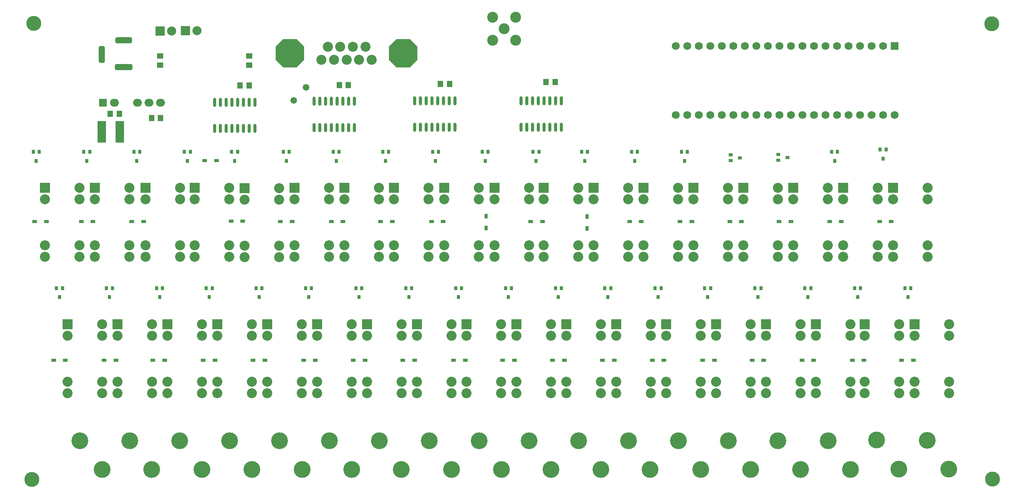
<source format=gts>
G04*
G04 #@! TF.GenerationSoftware,Altium Limited,Altium Designer,23.1.1 (15)*
G04*
G04 Layer_Color=8388736*
%FSLAX44Y44*%
%MOMM*%
G71*
G04*
G04 #@! TF.SameCoordinates,B1E2939E-79DA-41A2-B67C-80547D0CF300*
G04*
G04*
G04 #@! TF.FilePolarity,Negative*
G04*
G01*
G75*
%ADD18R,1.9532X4.7032*%
%ADD19R,0.7032X0.9032*%
%ADD20R,0.9032X0.7032*%
%ADD21R,1.2032X1.4532*%
%ADD22O,0.7300X1.9800*%
%ADD23R,1.4532X1.2032*%
%ADD24R,1.0532X0.7032*%
%ADD25R,0.7032X1.0532*%
%ADD26C,1.7272*%
%ADD27R,1.7272X1.7272*%
%ADD28R,2.0032X2.0032*%
%ADD29C,2.0032*%
G04:AMPARAMS|DCode=30|XSize=6.2032mm|YSize=6.2032mm|CornerRadius=0mm|HoleSize=0mm|Usage=FLASHONLY|Rotation=270.000|XOffset=0mm|YOffset=0mm|HoleType=Round|Shape=Octagon|*
%AMOCTAGOND30*
4,1,8,-1.5508,-3.1016,1.5508,-3.1016,3.1016,-1.5508,3.1016,1.5508,1.5508,3.1016,-1.5508,3.1016,-3.1016,1.5508,-3.1016,-1.5508,-1.5508,-3.1016,0.0*
%
%ADD30OCTAGOND30*%

%ADD31C,2.2032*%
G04:AMPARAMS|DCode=32|XSize=3.7032mm|YSize=1.4032mm|CornerRadius=0.4016mm|HoleSize=0mm|Usage=FLASHONLY|Rotation=0.000|XOffset=0mm|YOffset=0mm|HoleType=Round|Shape=RoundedRectangle|*
%AMROUNDEDRECTD32*
21,1,3.7032,0.6000,0,0,0.0*
21,1,2.9000,1.4032,0,0,0.0*
1,1,0.8032,1.4500,-0.3000*
1,1,0.8032,-1.4500,-0.3000*
1,1,0.8032,-1.4500,0.3000*
1,1,0.8032,1.4500,0.3000*
%
%ADD32ROUNDEDRECTD32*%
G04:AMPARAMS|DCode=33|XSize=3.9032mm|YSize=1.4032mm|CornerRadius=0.4016mm|HoleSize=0mm|Usage=FLASHONLY|Rotation=0.000|XOffset=0mm|YOffset=0mm|HoleType=Round|Shape=RoundedRectangle|*
%AMROUNDEDRECTD33*
21,1,3.9032,0.6000,0,0,0.0*
21,1,3.1000,1.4032,0,0,0.0*
1,1,0.8032,1.5500,-0.3000*
1,1,0.8032,-1.5500,-0.3000*
1,1,0.8032,-1.5500,0.3000*
1,1,0.8032,1.5500,0.3000*
%
%ADD33ROUNDEDRECTD33*%
G04:AMPARAMS|DCode=34|XSize=3.7032mm|YSize=1.4032mm|CornerRadius=0.4016mm|HoleSize=0mm|Usage=FLASHONLY|Rotation=90.000|XOffset=0mm|YOffset=0mm|HoleType=Round|Shape=RoundedRectangle|*
%AMROUNDEDRECTD34*
21,1,3.7032,0.6000,0,0,90.0*
21,1,2.9000,1.4032,0,0,90.0*
1,1,0.8032,0.3000,1.4500*
1,1,0.8032,0.3000,-1.4500*
1,1,0.8032,-0.3000,-1.4500*
1,1,0.8032,-0.3000,1.4500*
%
%ADD34ROUNDEDRECTD34*%
%ADD35C,2.4000*%
%ADD36C,3.7032*%
%ADD37R,2.2032X2.2032*%
%ADD38R,1.7032X1.7032*%
%ADD39O,2.0032X1.7032*%
%ADD40C,3.3032*%
%ADD41C,1.4732*%
D18*
X2118000Y1558000D02*
D03*
X2078000D02*
D03*
D19*
X2820500Y1514000D02*
D03*
X2807500D02*
D03*
X2814000Y1494000D02*
D03*
X2930000Y1514000D02*
D03*
X2917000D02*
D03*
X2923500Y1494000D02*
D03*
X3042000Y1514000D02*
D03*
X3029000D02*
D03*
X3035500Y1494000D02*
D03*
X3149500Y1514000D02*
D03*
X3136500D02*
D03*
X3143000Y1494000D02*
D03*
X3259500Y1514000D02*
D03*
X3246500D02*
D03*
X3253000Y1494000D02*
D03*
X2710665Y1514000D02*
D03*
X2697665D02*
D03*
X2704165Y1494000D02*
D03*
X2162000Y1514000D02*
D03*
X2149000D02*
D03*
X2155500Y1494000D02*
D03*
X2273500Y1514000D02*
D03*
X2260500D02*
D03*
X2267000Y1494000D02*
D03*
X2377500Y1514000D02*
D03*
X2364500D02*
D03*
X2371000Y1494000D02*
D03*
X2491500Y1514000D02*
D03*
X2478500D02*
D03*
X2485000Y1494000D02*
D03*
X2051500Y1514000D02*
D03*
X2038500D02*
D03*
X2045000Y1494000D02*
D03*
X3363000D02*
D03*
X3356500Y1514000D02*
D03*
X3369500D02*
D03*
X3694000Y1494000D02*
D03*
X3687500Y1514000D02*
D03*
X3700500D02*
D03*
X3855789Y1193000D02*
D03*
X3849290Y1213000D02*
D03*
X3862289D02*
D03*
X3801000Y1499000D02*
D03*
X3794500Y1519000D02*
D03*
X3807500D02*
D03*
X3745000Y1193000D02*
D03*
X3738500Y1213000D02*
D03*
X3751500D02*
D03*
X3194000Y1193000D02*
D03*
X3187500Y1213000D02*
D03*
X3200500D02*
D03*
X2975000Y1193000D02*
D03*
X2968500Y1213000D02*
D03*
X2981500D02*
D03*
X3085000Y1193000D02*
D03*
X3078500Y1213000D02*
D03*
X3091500D02*
D03*
X3305000Y1193000D02*
D03*
X3298500Y1213000D02*
D03*
X3311500D02*
D03*
X3525000Y1193000D02*
D03*
X3518500Y1213000D02*
D03*
X3531500D02*
D03*
X3414000Y1193000D02*
D03*
X3407500Y1213000D02*
D03*
X3420500D02*
D03*
X3635000Y1193000D02*
D03*
X3628500Y1213000D02*
D03*
X3641500D02*
D03*
X1985000Y1193000D02*
D03*
X1978500Y1213000D02*
D03*
X1991500D02*
D03*
X1933500Y1494000D02*
D03*
X1927000Y1514000D02*
D03*
X1940000D02*
D03*
X2315000Y1193000D02*
D03*
X2308500Y1213000D02*
D03*
X2321500D02*
D03*
X2534000Y1193000D02*
D03*
X2527500Y1213000D02*
D03*
X2540500D02*
D03*
X2871500D02*
D03*
X2865000Y1193000D02*
D03*
X2858500Y1213000D02*
D03*
X2645000Y1193000D02*
D03*
X2638500Y1213000D02*
D03*
X2651500D02*
D03*
X2755000Y1193000D02*
D03*
X2748500Y1213000D02*
D03*
X2761500D02*
D03*
X2425000Y1193000D02*
D03*
X2418500Y1213000D02*
D03*
X2431500D02*
D03*
X2205500Y1193000D02*
D03*
X2199000Y1213000D02*
D03*
X2212000D02*
D03*
X2095000Y1193000D02*
D03*
X2088500Y1213000D02*
D03*
X2101500D02*
D03*
X2595000Y1494000D02*
D03*
X2588500Y1514000D02*
D03*
X2601500D02*
D03*
D20*
X3590000Y1502000D02*
D03*
X3570000Y1495500D02*
D03*
Y1508500D02*
D03*
X3465000Y1507500D02*
D03*
Y1494500D02*
D03*
X3485000Y1501000D02*
D03*
D21*
X2383000Y1661000D02*
D03*
X2403000D02*
D03*
X3057713Y1668730D02*
D03*
X3077713D02*
D03*
X2208000Y1589000D02*
D03*
X2188000D02*
D03*
X2117000Y1598000D02*
D03*
X2097000D02*
D03*
X2845000Y1664000D02*
D03*
X2825000D02*
D03*
X2622000Y1662000D02*
D03*
X2602000D02*
D03*
D22*
X2326873Y1565750D02*
D03*
X2339573D02*
D03*
X2352273D02*
D03*
X2364973D02*
D03*
X2377673D02*
D03*
X2390373D02*
D03*
X2403073D02*
D03*
X2415773D02*
D03*
X2326873Y1623750D02*
D03*
X2339573D02*
D03*
X2352273D02*
D03*
X2364973D02*
D03*
X2377673D02*
D03*
X2390373D02*
D03*
X2403073D02*
D03*
X2415773D02*
D03*
X3002874Y1568750D02*
D03*
X3015573D02*
D03*
X3028273D02*
D03*
X3040974D02*
D03*
X3053673D02*
D03*
X3066373D02*
D03*
X3079073D02*
D03*
X3091773D02*
D03*
X3002874Y1626750D02*
D03*
X3015573D02*
D03*
X3028273D02*
D03*
X3040974D02*
D03*
X3053673D02*
D03*
X3066373D02*
D03*
X3079073D02*
D03*
X3091773D02*
D03*
X2857253D02*
D03*
X2844554D02*
D03*
X2831853D02*
D03*
X2819153D02*
D03*
X2806454D02*
D03*
X2793753D02*
D03*
X2781053D02*
D03*
X2768353D02*
D03*
X2857253Y1568750D02*
D03*
X2844554D02*
D03*
X2831853D02*
D03*
X2819153D02*
D03*
X2806454D02*
D03*
X2793753D02*
D03*
X2781053D02*
D03*
X2768353D02*
D03*
X2634773Y1625750D02*
D03*
X2622073D02*
D03*
X2609373D02*
D03*
X2596673D02*
D03*
X2583973D02*
D03*
X2571273D02*
D03*
X2558573D02*
D03*
X2545873D02*
D03*
X2634773Y1567750D02*
D03*
X2622073D02*
D03*
X2609373D02*
D03*
X2596673D02*
D03*
X2583973D02*
D03*
X2571273D02*
D03*
X2558573D02*
D03*
X2545873D02*
D03*
D23*
X2403000Y1706000D02*
D03*
Y1726000D02*
D03*
X2207000Y1706000D02*
D03*
Y1726000D02*
D03*
D24*
X3489000Y1360000D02*
D03*
X3463000D02*
D03*
X3759000Y1054000D02*
D03*
X3733000D02*
D03*
X3868000D02*
D03*
X3842000D02*
D03*
X3379000Y1360000D02*
D03*
X3353000D02*
D03*
X2719000D02*
D03*
X2693000D02*
D03*
X2331000Y1495000D02*
D03*
X2305000D02*
D03*
X3429000Y1054000D02*
D03*
X3403000D02*
D03*
X3538000D02*
D03*
X3512000D02*
D03*
X3648000D02*
D03*
X3622000D02*
D03*
X1956000Y1360000D02*
D03*
X1930000D02*
D03*
X2059000D02*
D03*
X2033000D02*
D03*
X2768000Y1054000D02*
D03*
X2742000D02*
D03*
X2880000D02*
D03*
X2854000D02*
D03*
X2988000D02*
D03*
X2962000D02*
D03*
X3098000D02*
D03*
X3072000D02*
D03*
X3208000D02*
D03*
X3182000D02*
D03*
X1998000D02*
D03*
X1972000D02*
D03*
X2109000D02*
D03*
X2083000D02*
D03*
X2217000D02*
D03*
X2191000D02*
D03*
X2328000D02*
D03*
X2302000D02*
D03*
X2438000D02*
D03*
X2412000D02*
D03*
X2549000D02*
D03*
X2523000D02*
D03*
X3318000D02*
D03*
X3292000D02*
D03*
X2659000D02*
D03*
X2633000D02*
D03*
X2170000Y1360000D02*
D03*
X2144000D02*
D03*
X2389000Y1361000D02*
D03*
X2363000D02*
D03*
X2498000Y1360000D02*
D03*
X2472000D02*
D03*
X2610000D02*
D03*
X2584000D02*
D03*
X2831000D02*
D03*
X2805000D02*
D03*
X3050000D02*
D03*
X3024000D02*
D03*
X3268000D02*
D03*
X3242000D02*
D03*
X3598000D02*
D03*
X3572000D02*
D03*
X3709000D02*
D03*
X3683000D02*
D03*
X3819000D02*
D03*
X3793000D02*
D03*
D25*
X3148000Y1371000D02*
D03*
Y1345000D02*
D03*
X2926000Y1372000D02*
D03*
Y1346000D02*
D03*
D26*
X3343951Y1595497D02*
D03*
Y1747997D02*
D03*
X3496351Y1595497D02*
D03*
X3394751D02*
D03*
X3369351D02*
D03*
X3470951D02*
D03*
X3420150D02*
D03*
X3623351D02*
D03*
X3597951D02*
D03*
X3572551D02*
D03*
X3547151D02*
D03*
X3521750D02*
D03*
X3445551D02*
D03*
X3648751D02*
D03*
X3674151D02*
D03*
X3775751D02*
D03*
X3750351D02*
D03*
X3699550D02*
D03*
X3724951D02*
D03*
X3801151D02*
D03*
Y1747997D02*
D03*
X3775751D02*
D03*
X3750351D02*
D03*
X3724951D02*
D03*
X3699550D02*
D03*
X3674151D02*
D03*
X3648751D02*
D03*
X3623351D02*
D03*
X3597951D02*
D03*
X3572551D02*
D03*
X3547151D02*
D03*
X3521750D02*
D03*
X3496351D02*
D03*
X3470951D02*
D03*
X3445551D02*
D03*
X3420150D02*
D03*
X3394751D02*
D03*
X3369351D02*
D03*
X3826551Y1595497D02*
D03*
D27*
Y1747997D02*
D03*
D28*
X2262600Y1782000D02*
D03*
X2207000Y1781000D02*
D03*
D29*
X2288000Y1782000D02*
D03*
X2232400Y1781000D02*
D03*
D30*
X2493000Y1732000D02*
D03*
X2743000D02*
D03*
D31*
X2659550Y1746200D02*
D03*
X2631850D02*
D03*
X2604150D02*
D03*
X2576450D02*
D03*
X2673400Y1717800D02*
D03*
X2645700D02*
D03*
X2618000D02*
D03*
X2590300D02*
D03*
X2562600D02*
D03*
X3239000Y1307400D02*
D03*
X3162800D02*
D03*
X3239000Y1282000D02*
D03*
X3162800D02*
D03*
X3239000Y1409000D02*
D03*
X3162800D02*
D03*
X3239000Y1434400D02*
D03*
X2689000Y1307400D02*
D03*
X2612800D02*
D03*
X2689000Y1282000D02*
D03*
X2612800D02*
D03*
X2689000Y1409000D02*
D03*
X2612800D02*
D03*
X2689000Y1434400D02*
D03*
X2251000D02*
D03*
X2174800Y1409000D02*
D03*
X2251000D02*
D03*
X2174800Y1282000D02*
D03*
X2251000D02*
D03*
X2174800Y1307400D02*
D03*
X2251000D02*
D03*
X3789000Y1434400D02*
D03*
X3712800Y1409000D02*
D03*
X3789000D02*
D03*
X3712800Y1282000D02*
D03*
X3789000D02*
D03*
X3712800Y1307400D02*
D03*
X3789000D02*
D03*
X3459000Y1434400D02*
D03*
X3382800Y1409000D02*
D03*
X3459000D02*
D03*
X3382800Y1282000D02*
D03*
X3459000D02*
D03*
X3382800Y1307400D02*
D03*
X3459000D02*
D03*
X3679000Y1434400D02*
D03*
X3602800Y1409000D02*
D03*
X3679000D02*
D03*
X3602800Y1282000D02*
D03*
X3679000D02*
D03*
X3602800Y1307400D02*
D03*
X3679000D02*
D03*
X3899000Y1434400D02*
D03*
X3822800Y1409000D02*
D03*
X3899000D02*
D03*
X3822800Y1282000D02*
D03*
X3899000D02*
D03*
X3822800Y1307400D02*
D03*
X3899000D02*
D03*
X3947000Y1133400D02*
D03*
X3870800Y1108000D02*
D03*
X3947000D02*
D03*
X3870800Y981000D02*
D03*
X3947000D02*
D03*
X3870800Y1006400D02*
D03*
X3947000D02*
D03*
X3837000Y1133400D02*
D03*
X3760800Y1108000D02*
D03*
X3837000D02*
D03*
X3760800Y981000D02*
D03*
X3837000D02*
D03*
X3760800Y1006400D02*
D03*
X3837000D02*
D03*
X2849000D02*
D03*
X2772800D02*
D03*
X2849000Y981000D02*
D03*
X2772800D02*
D03*
X2849000Y1108000D02*
D03*
X2772800D02*
D03*
X2849000Y1133400D02*
D03*
X2299000Y1006400D02*
D03*
X2222800D02*
D03*
X2299000Y981000D02*
D03*
X2222800D02*
D03*
X2299000Y1108000D02*
D03*
X2222800D02*
D03*
X2299000Y1133400D02*
D03*
X2959000Y1006400D02*
D03*
X2882800D02*
D03*
X2959000Y981000D02*
D03*
X2882800D02*
D03*
X2959000Y1108000D02*
D03*
X2882800D02*
D03*
X2959000Y1133400D02*
D03*
X2739000Y1006400D02*
D03*
X2662800D02*
D03*
X2739000Y981000D02*
D03*
X2662800D02*
D03*
X2739000Y1108000D02*
D03*
X2662800D02*
D03*
X2739000Y1133400D02*
D03*
X3399000Y1006400D02*
D03*
X3322800D02*
D03*
X3399000Y981000D02*
D03*
X3322800D02*
D03*
X3399000Y1108000D02*
D03*
X3322800D02*
D03*
X3399000Y1133400D02*
D03*
X2409000Y1006400D02*
D03*
X2332800D02*
D03*
X2409000Y981000D02*
D03*
X2332800D02*
D03*
X2409000Y1108000D02*
D03*
X2332800D02*
D03*
X2409000Y1133400D02*
D03*
X3069000Y1006400D02*
D03*
X2992800D02*
D03*
X3069000Y981000D02*
D03*
X2992800D02*
D03*
X3069000Y1108000D02*
D03*
X2992800D02*
D03*
X3069000Y1133400D02*
D03*
X3289000Y1006400D02*
D03*
X3212800D02*
D03*
X3289000Y981000D02*
D03*
X3212800D02*
D03*
X3289000Y1108000D02*
D03*
X3212800D02*
D03*
X3289000Y1133400D02*
D03*
X2189000Y1006400D02*
D03*
X2112800D02*
D03*
X2189000Y981000D02*
D03*
X2112800D02*
D03*
X2189000Y1108000D02*
D03*
X2112800D02*
D03*
X2189000Y1133400D02*
D03*
X3179000Y1006400D02*
D03*
X3102800D02*
D03*
X3179000Y981000D02*
D03*
X3102800D02*
D03*
X3179000Y1108000D02*
D03*
X3102800D02*
D03*
X3179000Y1133400D02*
D03*
X2629000Y1006400D02*
D03*
X2552800D02*
D03*
X2629000Y981000D02*
D03*
X2552800D02*
D03*
X2629000Y1108000D02*
D03*
X2552800D02*
D03*
X2629000Y1133400D02*
D03*
X2519000Y1006400D02*
D03*
X2442800D02*
D03*
X2519000Y981000D02*
D03*
X2442800D02*
D03*
X2519000Y1108000D02*
D03*
X2442800D02*
D03*
X2519000Y1133400D02*
D03*
X3619000D02*
D03*
X3542800Y1108000D02*
D03*
X3619000D02*
D03*
X3542800Y981000D02*
D03*
X3619000D02*
D03*
X3542800Y1006400D02*
D03*
X3619000D02*
D03*
X2079000Y1006000D02*
D03*
X2002800D02*
D03*
X2079000Y980600D02*
D03*
X2002800D02*
D03*
X2079000Y1107600D02*
D03*
X2002800D02*
D03*
X2079000Y1133000D02*
D03*
X3509000Y1006400D02*
D03*
X3432800D02*
D03*
X3509000Y981000D02*
D03*
X3432800D02*
D03*
X3509000Y1108000D02*
D03*
X3432800D02*
D03*
X3509000Y1133400D02*
D03*
X3729000D02*
D03*
X3652800Y1108000D02*
D03*
X3729000D02*
D03*
X3652800Y981000D02*
D03*
X3729000D02*
D03*
X3652800Y1006400D02*
D03*
X3729000D02*
D03*
X2359200Y1307400D02*
D03*
X2283000D02*
D03*
X2359200Y1282000D02*
D03*
X2283000D02*
D03*
X2359200Y1409000D02*
D03*
X2283000D02*
D03*
X2359200Y1434400D02*
D03*
X2798200Y1307400D02*
D03*
X2722000D02*
D03*
X2798200Y1282000D02*
D03*
X2722000D02*
D03*
X2798200Y1409000D02*
D03*
X2722000D02*
D03*
X2798200Y1434400D02*
D03*
X3349000D02*
D03*
X3272800Y1409000D02*
D03*
X3349000D02*
D03*
X3272800Y1282000D02*
D03*
X3349000D02*
D03*
X3272800Y1307400D02*
D03*
X3349000D02*
D03*
X2139000Y1434400D02*
D03*
X2062800Y1409000D02*
D03*
X2139000D02*
D03*
X2062800Y1282000D02*
D03*
X2139000D02*
D03*
X2062800Y1307400D02*
D03*
X2139000D02*
D03*
X2579000Y1434400D02*
D03*
X2502800Y1409000D02*
D03*
X2579000D02*
D03*
X2502800Y1282000D02*
D03*
X2579000D02*
D03*
X2502800Y1307400D02*
D03*
X2579000D02*
D03*
X3569000D02*
D03*
X3492800D02*
D03*
X3569000Y1282000D02*
D03*
X3492800D02*
D03*
X3569000Y1409000D02*
D03*
X3492800D02*
D03*
X3569000Y1434400D02*
D03*
X2029000Y1307400D02*
D03*
X1952800D02*
D03*
X2029000Y1282000D02*
D03*
X1952800D02*
D03*
X2029000Y1409000D02*
D03*
X1952800D02*
D03*
X2029000Y1434400D02*
D03*
X3129000D02*
D03*
X3052800Y1409000D02*
D03*
X3129000D02*
D03*
X3052800Y1282000D02*
D03*
X3129000D02*
D03*
X3052800Y1307400D02*
D03*
X3129000D02*
D03*
X2909192Y1434998D02*
D03*
X2832992Y1409598D02*
D03*
X2909192D02*
D03*
X2832992Y1282598D02*
D03*
X2909192D02*
D03*
X2832992Y1307998D02*
D03*
X2909192D02*
D03*
X3020191D02*
D03*
X2943991D02*
D03*
X3020191Y1282598D02*
D03*
X2943991D02*
D03*
X3020191Y1409598D02*
D03*
X2943991D02*
D03*
X3020191Y1434998D02*
D03*
X2469000Y1307000D02*
D03*
X2392800D02*
D03*
X2469000Y1281600D02*
D03*
X2392800D02*
D03*
X2469000Y1408600D02*
D03*
X2392800D02*
D03*
X2469000Y1434000D02*
D03*
D32*
X2126000Y1761000D02*
D03*
D33*
Y1701000D02*
D03*
D34*
X2077750Y1729000D02*
D03*
D35*
X2939600Y1760600D02*
D03*
X2965000Y1786000D02*
D03*
X2990400Y1811400D02*
D03*
Y1760600D02*
D03*
X2939600Y1811400D02*
D03*
D36*
X3350000Y876000D02*
D03*
X3240000D02*
D03*
X2910000D02*
D03*
X3020000D02*
D03*
X3130000D02*
D03*
X2690000D02*
D03*
X2360000D02*
D03*
X2470000D02*
D03*
X2580000D02*
D03*
X2139640D02*
D03*
X2800400D02*
D03*
X2250000D02*
D03*
X3836000Y813000D02*
D03*
X3680000Y876000D02*
D03*
X3898000Y877000D02*
D03*
X3946000Y813000D02*
D03*
X3460000Y876000D02*
D03*
X3569200D02*
D03*
X2030000D02*
D03*
X2299000Y812000D02*
D03*
X3179000D02*
D03*
X2959170D02*
D03*
X2738440D02*
D03*
X2849000D02*
D03*
X3287000D02*
D03*
X3398730D02*
D03*
X3068700D02*
D03*
X3508610D02*
D03*
X2409000D02*
D03*
X2629640D02*
D03*
X2520110D02*
D03*
X2079000D02*
D03*
X3729000D02*
D03*
X3619000D02*
D03*
X2188000D02*
D03*
X3787000Y878000D02*
D03*
D37*
X3162800Y1434400D02*
D03*
X2612800Y1434400D02*
D03*
X2174800D02*
D03*
X3712800Y1434400D02*
D03*
X3382800D02*
D03*
X3602800D02*
D03*
X3822800D02*
D03*
X3870800Y1133400D02*
D03*
X3760800D02*
D03*
X2772800D02*
D03*
X2222800D02*
D03*
X2882800D02*
D03*
X2662800D02*
D03*
X3322800D02*
D03*
X2332800D02*
D03*
X2992800D02*
D03*
X3212800D02*
D03*
X2112800D02*
D03*
X3102800D02*
D03*
X2552800D02*
D03*
X2442800D02*
D03*
X3542800D02*
D03*
X2002800Y1133000D02*
D03*
X3432800Y1133400D02*
D03*
X3652800D02*
D03*
X2283000Y1434400D02*
D03*
X2722000D02*
D03*
X3272800D02*
D03*
X2062800D02*
D03*
X2502800Y1434400D02*
D03*
X3492800D02*
D03*
X1952800Y1434400D02*
D03*
X3052800D02*
D03*
X2832992Y1434998D02*
D03*
X2943991D02*
D03*
X2392800Y1434000D02*
D03*
D38*
X2080900Y1623000D02*
D03*
D39*
X2106200D02*
D03*
X2157000D02*
D03*
X2182400D02*
D03*
X2207800D02*
D03*
D40*
X4041000Y1797000D02*
D03*
X1924000Y790000D02*
D03*
X1928000Y1798000D02*
D03*
X4042000Y791000D02*
D03*
D41*
X2501000Y1628000D02*
D03*
X2528672Y1656610D02*
D03*
M02*

</source>
